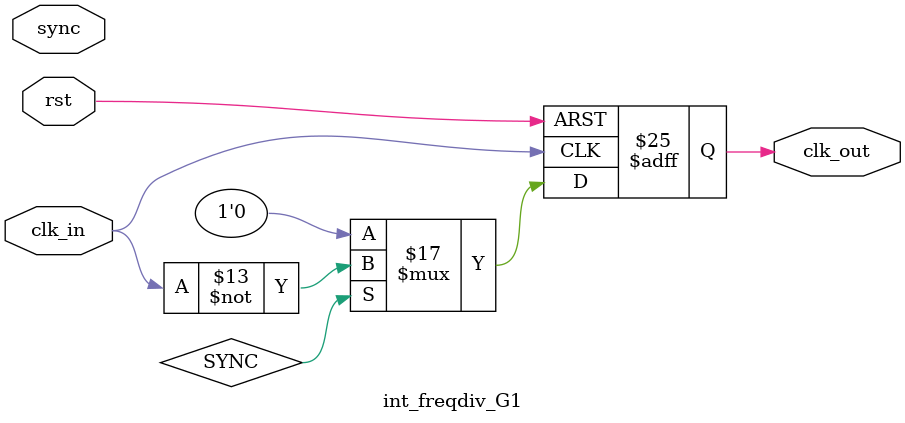
<source format=v>

module int_freqdiv_G1
    #(parameter DIV = 2)
    (
        input clk_in, rst, sync,
        output clk_out
    );
    
    //根据分频系数 计算计算器内D触发器的位宽
    function integer int_log2(input integer num);
    begin
        int_log2 = 1;
        while ((2 ** int_log2) < num) begin
            int_log2 = int_log2 + 1;
        end
    end
    endfunction
    
    localparam REVERSE = (DIV - 2) / 2;
    localparam WIDTH = int_log2(DIV);
    
    reg [WIDTH - 1:0] counter;
    
    always @(posedge clk_in or negedge rst) begin
        if (!rst) begin
            counter <= DIV - 1;
        end
        else if (!SYNC) begin
            counter <= DIV - 1;
        end
        else if (counter == DIV - 1) begin
            counter <= 1'b0;
        end
        else begin
            counter <= counter + 1'b1;
        end
    end
    
    always @(posedge clk_in or negedge rst) begin
        if (!rst) begin
            clk_out <= 1'b0;
        end
        else if (!SYNC) begin
            clk_out <= 1'b0;
        end
        else if ((counter == DIV - 1) || (counter == REVERSE)) begin
            clk_out <= ~clk_in;
        end
    end 
    
endmodule


</source>
